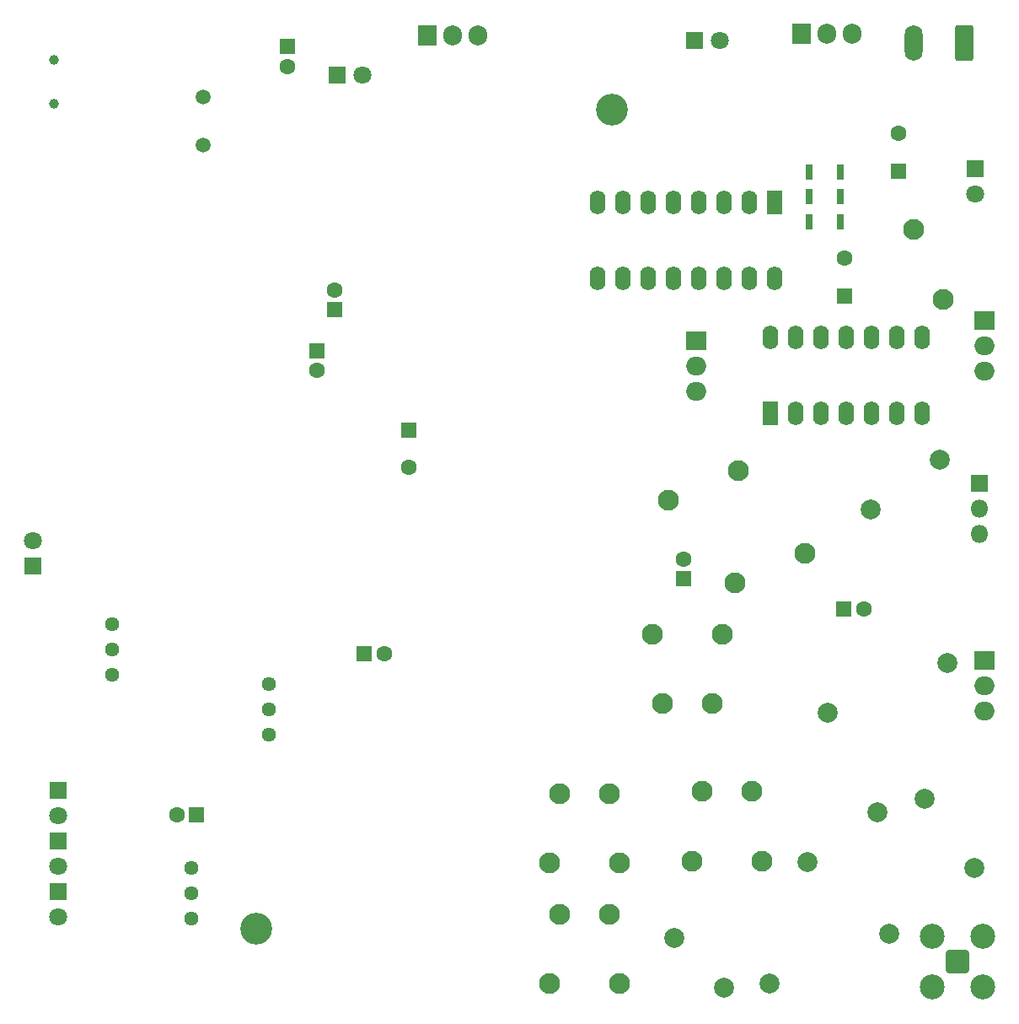
<source format=gbr>
%TF.GenerationSoftware,KiCad,Pcbnew,(6.0.9)*%
%TF.CreationDate,2022-12-04T18:18:59+03:00*%
%TF.ProjectId,communicator_27mhz,636f6d6d-756e-4696-9361-746f725f3237,beta 2.3*%
%TF.SameCoordinates,Original*%
%TF.FileFunction,Soldermask,Bot*%
%TF.FilePolarity,Negative*%
%FSLAX46Y46*%
G04 Gerber Fmt 4.6, Leading zero omitted, Abs format (unit mm)*
G04 Created by KiCad (PCBNEW (6.0.9)) date 2022-12-04 18:18:59*
%MOMM*%
%LPD*%
G01*
G04 APERTURE LIST*
G04 Aperture macros list*
%AMRoundRect*
0 Rectangle with rounded corners*
0 $1 Rounding radius*
0 $2 $3 $4 $5 $6 $7 $8 $9 X,Y pos of 4 corners*
0 Add a 4 corners polygon primitive as box body*
4,1,4,$2,$3,$4,$5,$6,$7,$8,$9,$2,$3,0*
0 Add four circle primitives for the rounded corners*
1,1,$1+$1,$2,$3*
1,1,$1+$1,$4,$5*
1,1,$1+$1,$6,$7*
1,1,$1+$1,$8,$9*
0 Add four rect primitives between the rounded corners*
20,1,$1+$1,$2,$3,$4,$5,0*
20,1,$1+$1,$4,$5,$6,$7,0*
20,1,$1+$1,$6,$7,$8,$9,0*
20,1,$1+$1,$8,$9,$2,$3,0*%
G04 Aperture macros list end*
%ADD10C,2.100000*%
%ADD11R,2.000000X1.905000*%
%ADD12O,2.000000X1.905000*%
%ADD13R,1.905000X2.000000*%
%ADD14O,1.905000X2.000000*%
%ADD15R,1.600000X1.600000*%
%ADD16C,1.600000*%
%ADD17C,1.500000*%
%ADD18C,3.200000*%
%ADD19RoundRect,0.200100X-0.949900X0.949900X-0.949900X-0.949900X0.949900X-0.949900X0.949900X0.949900X0*%
%ADD20C,2.500000*%
%ADD21C,2.000000*%
%ADD22C,1.000000*%
%ADD23R,0.800000X1.500000*%
%ADD24RoundRect,0.250000X0.650000X1.550000X-0.650000X1.550000X-0.650000X-1.550000X0.650000X-1.550000X0*%
%ADD25O,1.800000X3.600000*%
%ADD26R,1.800000X1.800000*%
%ADD27C,1.800000*%
%ADD28C,1.440000*%
%ADD29O,1.800000X1.800000*%
%ADD30R,1.600000X2.400000*%
%ADD31O,1.600000X2.400000*%
G04 APERTURE END LIST*
D10*
%TO.C,L7*%
X91400000Y-171200000D03*
X90400000Y-164200000D03*
X85400000Y-164200000D03*
X84400000Y-171200000D03*
%TD*%
%TO.C,L15*%
X103000000Y-143100000D03*
X110000000Y-140100000D03*
%TD*%
D11*
%TO.C,Q13*%
X128055000Y-116760000D03*
D12*
X128055000Y-119300000D03*
X128055000Y-121840000D03*
%TD*%
D13*
%TO.C,Q2*%
X109660000Y-87945000D03*
D14*
X112200000Y-87945000D03*
X114740000Y-87945000D03*
%TD*%
D15*
%TO.C,C7*%
X65744888Y-150200000D03*
D16*
X67744888Y-150200000D03*
%TD*%
D17*
%TO.C,Y1*%
X49600000Y-99150000D03*
X49600000Y-94270000D03*
%TD*%
D15*
%TO.C,C65*%
X114000000Y-114302651D03*
D16*
X114000000Y-110502651D03*
%TD*%
D18*
%TO.C,H2*%
X90600000Y-95600000D03*
%TD*%
D19*
%TO.C,J4*%
X125350000Y-181100000D03*
D20*
X122810000Y-183640000D03*
X127890000Y-183640000D03*
X127890000Y-178560000D03*
X122810000Y-178560000D03*
%TD*%
D15*
%TO.C,C2*%
X58000000Y-89244888D03*
D16*
X58000000Y-91244888D03*
%TD*%
D21*
%TO.C,L5*%
X116600000Y-135700000D03*
X123600000Y-130700000D03*
%TD*%
D22*
%TO.C,J2*%
X34575000Y-95000000D03*
X34575000Y-90600000D03*
%TD*%
D23*
%TO.C,Q3*%
X113600000Y-106800000D03*
X113600000Y-104300000D03*
X113600000Y-101800000D03*
%TD*%
D15*
%TO.C,C12*%
X119400000Y-101700000D03*
D16*
X119400000Y-97900000D03*
%TD*%
D24*
%TO.C,J1*%
X125985000Y-88832500D03*
D25*
X120905000Y-88832500D03*
%TD*%
D10*
%TO.C,L13*%
X105700000Y-171000000D03*
X104700000Y-164000000D03*
X99700000Y-164000000D03*
X98700000Y-171000000D03*
%TD*%
D26*
%TO.C,D7*%
X127100000Y-101525000D03*
D27*
X127100000Y-104065000D03*
%TD*%
D13*
%TO.C,U1*%
X72060000Y-88145000D03*
D14*
X74600000Y-88145000D03*
X77140000Y-88145000D03*
%TD*%
D21*
%TO.C,L18*%
X106500000Y-183300000D03*
X118500000Y-178300000D03*
%TD*%
D28*
%TO.C,RV4*%
X48400000Y-171700000D03*
X48400000Y-174240000D03*
X48400000Y-176780000D03*
%TD*%
D10*
%TO.C,L8*%
X123900000Y-114600000D03*
X120900000Y-107600000D03*
%TD*%
D18*
%TO.C,H1*%
X54900000Y-177800000D03*
%TD*%
D10*
%TO.C,L11*%
X96300000Y-134800000D03*
X103300000Y-131800000D03*
%TD*%
D26*
%TO.C,D1*%
X35000000Y-163925000D03*
D27*
X35000000Y-166465000D03*
%TD*%
D23*
%TO.C,Q4*%
X110400000Y-106800000D03*
X110400000Y-104300000D03*
X110400000Y-101800000D03*
%TD*%
D26*
%TO.C,Q8*%
X127525000Y-133060000D03*
D29*
X127525000Y-135600000D03*
X127525000Y-138140000D03*
%TD*%
D26*
%TO.C,D5*%
X32500000Y-141375000D03*
D27*
X32500000Y-138835000D03*
%TD*%
D15*
%TO.C,C19*%
X70200000Y-127697349D03*
D16*
X70200000Y-131497349D03*
%TD*%
D15*
%TO.C,C61*%
X113944888Y-145700000D03*
D16*
X115944888Y-145700000D03*
%TD*%
D15*
%TO.C,C36*%
X48900000Y-166300000D03*
D16*
X46900000Y-166300000D03*
%TD*%
D21*
%TO.C,L9*%
X112300000Y-156100000D03*
X124300000Y-151100000D03*
%TD*%
D26*
%TO.C,D4*%
X63025000Y-92100000D03*
D27*
X65565000Y-92100000D03*
%TD*%
D30*
%TO.C,U9*%
X107000000Y-104900000D03*
D31*
X104460000Y-104900000D03*
X101920000Y-104900000D03*
X99380000Y-104900000D03*
X96840000Y-104900000D03*
X94300000Y-104900000D03*
X91760000Y-104900000D03*
X89220000Y-104900000D03*
X89220000Y-112520000D03*
X91760000Y-112520000D03*
X94300000Y-112520000D03*
X96840000Y-112520000D03*
X99380000Y-112520000D03*
X101920000Y-112520000D03*
X104460000Y-112520000D03*
X107000000Y-112520000D03*
%TD*%
D10*
%TO.C,L10*%
X91400000Y-183300000D03*
X90400000Y-176300000D03*
X85400000Y-176300000D03*
X84400000Y-183300000D03*
%TD*%
D11*
%TO.C,U6*%
X99055000Y-118760000D03*
D12*
X99055000Y-121300000D03*
X99055000Y-123840000D03*
%TD*%
D26*
%TO.C,D6*%
X98925000Y-88600000D03*
D27*
X101465000Y-88600000D03*
%TD*%
D15*
%TO.C,C68*%
X97800000Y-142655112D03*
D16*
X97800000Y-140655112D03*
%TD*%
D21*
%TO.C,L14*%
X127000000Y-171700000D03*
X122000000Y-164700000D03*
%TD*%
D15*
%TO.C,C21*%
X62800000Y-115655113D03*
D16*
X62800000Y-113655113D03*
%TD*%
D21*
%TO.C,L16*%
X117300000Y-166100000D03*
X110300000Y-171100000D03*
%TD*%
D26*
%TO.C,D3*%
X35000000Y-174025000D03*
D27*
X35000000Y-176565000D03*
%TD*%
D28*
%TO.C,RV2*%
X40400000Y-147200000D03*
X40400000Y-149740000D03*
X40400000Y-152280000D03*
%TD*%
D30*
%TO.C,U7*%
X106575000Y-126000000D03*
D31*
X109115000Y-126000000D03*
X111655000Y-126000000D03*
X114195000Y-126000000D03*
X116735000Y-126000000D03*
X119275000Y-126000000D03*
X121815000Y-126000000D03*
X121815000Y-118380000D03*
X119275000Y-118380000D03*
X116735000Y-118380000D03*
X114195000Y-118380000D03*
X111655000Y-118380000D03*
X109115000Y-118380000D03*
X106575000Y-118380000D03*
%TD*%
D28*
%TO.C,RV3*%
X56200000Y-153200000D03*
X56200000Y-155740000D03*
X56200000Y-158280000D03*
%TD*%
D15*
%TO.C,C11*%
X61000000Y-119744888D03*
D16*
X61000000Y-121744888D03*
%TD*%
D10*
%TO.C,L20*%
X94700000Y-148200000D03*
X95700000Y-155200000D03*
X100700000Y-155200000D03*
X101700000Y-148200000D03*
%TD*%
D11*
%TO.C,Q14*%
X128055000Y-150860000D03*
D12*
X128055000Y-153400000D03*
X128055000Y-155940000D03*
%TD*%
D26*
%TO.C,D2*%
X35000000Y-169000000D03*
D27*
X35000000Y-171540000D03*
%TD*%
D21*
%TO.C,L17*%
X101900000Y-183700000D03*
X96900000Y-178700000D03*
%TD*%
M02*

</source>
